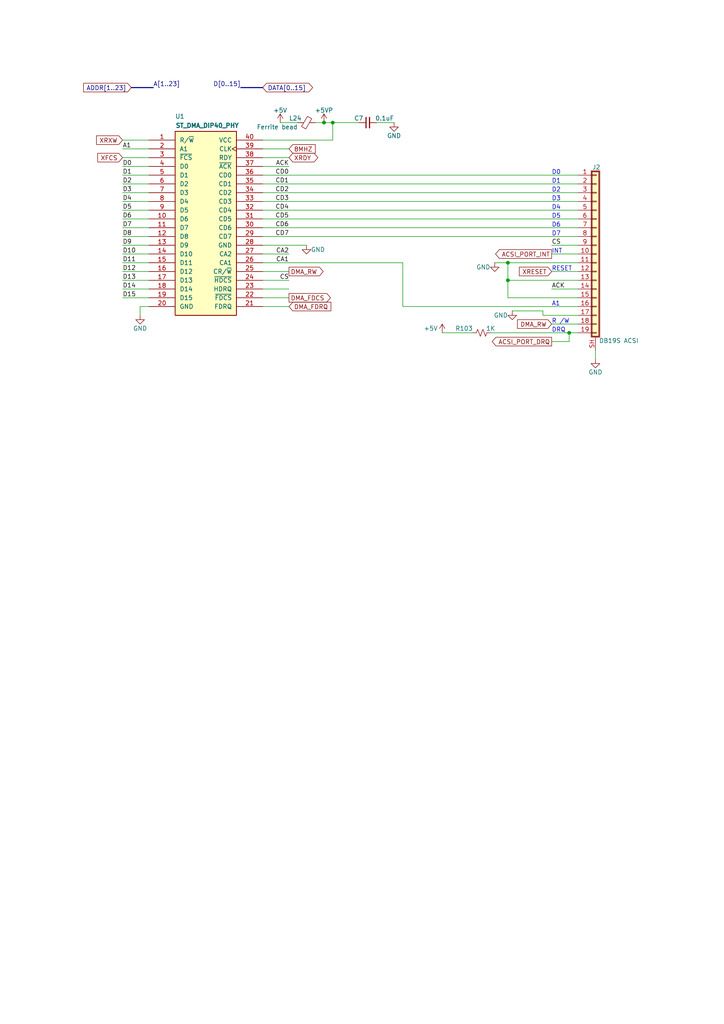
<source format=kicad_sch>
(kicad_sch (version 20211123) (generator eeschema)
  (paper "A4" portrait)
  (title_block (title "Converted schematics of Atari 260/520 ST") (date "2023-04-29") (rev "0") (comment 1 "…sporniket/kicad-conversions--atari-260-520-st-motherboard--c070231") (comment 2 "Original repository : https://github.com/…") (comment 4 "Reference : C070231"))
  (lib_symbols
    (symbol "Connector_Generic_Shielded:Conn_01x19_Shielded" (pin_names (offset 1.016) hide)
      (property "Reference" "J" (at 0.254 25.146 0))
      (property "Value" "Conn_01x19_Shielded" (at 1.016 -25.146 0))
      (symbol "Conn_01x19_Shielded_1_1"
        (rectangle (start -1.27 24.13) (end 1.27 -24.13) (stroke (width 0.1524)))
        (rectangle (start -1.016 -22.733) (end 0.254 -22.987) (stroke (width 0.1524)))
        (rectangle (start -1.016 -20.193) (end 0.254 -20.447) (stroke (width 0.1524)))
        (rectangle (start -1.016 -17.653) (end 0.254 -17.907) (stroke (width 0.1524)))
        (rectangle (start -1.016 -15.113) (end 0.254 -15.367) (stroke (width 0.1524)))
        (rectangle (start -1.016 -12.573) (end 0.254 -12.827) (stroke (width 0.1524)))
        (rectangle (start -1.016 -10.033) (end 0.254 -10.287) (stroke (width 0.1524)))
        (rectangle (start -1.016 -7.493) (end 0.254 -7.747) (stroke (width 0.1524)))
        (rectangle (start -1.016 -4.953) (end 0.254 -5.207) (stroke (width 0.1524)))
        (rectangle (start -1.016 -2.413) (end 0.254 -2.667) (stroke (width 0.1524)))
        (rectangle (start -1.016 0.127) (end 0.254 -0.127) (stroke (width 0.1524)))
        (rectangle (start -1.016 2.667) (end 0.254 2.413) (stroke (width 0.1524)))
        (rectangle (start -1.016 5.207) (end 0.254 4.953) (stroke (width 0.1524)))
        (rectangle (start -1.016 7.747) (end 0.254 7.493) (stroke (width 0.1524)))
        (rectangle (start -1.016 10.287) (end 0.254 10.033) (stroke (width 0.1524)))
        (rectangle (start -1.016 12.827) (end 0.254 12.573) (stroke (width 0.1524)))
        (rectangle (start -1.016 15.367) (end 0.254 15.113) (stroke (width 0.1524)))
        (rectangle (start -1.016 17.907) (end 0.254 17.653) (stroke (width 0.1524)))
        (rectangle (start -1.016 20.447) (end 0.254 20.193) (stroke (width 0.1524)))
        (rectangle (start -1.016 22.987) (end 0.254 22.733) (stroke (width 0.1524)))
        (rectangle (start -1.016 23.876) (end 1.016 -23.876) (stroke (width 0.254)) (fill (type background)))
        (pin passive line (at -5.08 22.86 0) (length 4.064) (name "Pin_1") (number "1"))
        (pin passive line (at -5.08 0 0) (length 4.064) (name "Pin_10") (number "10"))
        (pin passive line (at -5.08 -2.54 0) (length 4.064) (name "Pin_11") (number "11"))
        (pin passive line (at -5.08 -5.08 0) (length 4.064) (name "Pin_12") (number "12"))
        (pin passive line (at -5.08 -7.62 0) (length 4.064) (name "Pin_13") (number "13"))
        (pin passive line (at -5.08 -10.16 0) (length 4.064) (name "Pin_14") (number "14"))
        (pin passive line (at -5.08 -12.7 0) (length 4.064) (name "Pin_15") (number "15"))
        (pin passive line (at -5.08 -15.24 0) (length 4.064) (name "Pin_16") (number "16"))
        (pin passive line (at -5.08 -17.78 0) (length 4.064) (name "Pin_17") (number "17"))
        (pin passive line (at -5.08 -20.32 0) (length 4.064) (name "Pin_18") (number "18"))
        (pin passive line (at -5.08 -22.86 0) (length 4.064) (name "Pin_19") (number "19"))
        (pin passive line (at -5.08 20.32 0) (length 4.064) (name "Pin_2") (number "2"))
        (pin passive line (at -5.08 17.78 0) (length 4.064) (name "Pin_3") (number "3"))
        (pin passive line (at -5.08 15.24 0) (length 4.064) (name "Pin_4") (number "4"))
        (pin passive line (at -5.08 12.7 0) (length 4.064) (name "Pin_5") (number "5"))
        (pin passive line (at -5.08 10.16 0) (length 4.064) (name "Pin_6") (number "6"))
        (pin passive line (at -5.08 7.62 0) (length 4.064) (name "Pin_7") (number "7"))
        (pin passive line (at -5.08 5.08 0) (length 4.064) (name "Pin_8") (number "8"))
        (pin passive line (at -5.08 2.54 0) (length 4.064) (name "Pin_9") (number "9"))
        (pin passive line (at 0 -27.94 90) (length 3.81) (name "Shield") (number "SH"))
      )
    )
    (symbol "Device:C_Small" (pin_numbers hide) (pin_names (offset 0.254) hide)
      (property "Reference" "C" (at 0.254 1.778 0))
      (property "Value" "C_Small" (at 0.254 -2.032 0))
      (symbol "C_Small_0_1"
        (polyline (pts (xy -1.524 -0.508) (xy 1.524 -0.508)) (stroke (width 0.3302)))
        (polyline (pts (xy -1.524 0.508) (xy 1.524 0.508)) (stroke (width 0.3048)))
      )
      (symbol "C_Small_1_1"
        (pin passive line (at 0 2.54 270) (length 2.032) (name "~") (number "1"))
        (pin passive line (at 0 -2.54 90) (length 2.032) (name "~") (number "2"))
      )
    )
    (symbol "Device:Ferrite_Bead_Small" (pin_numbers hide) (pin_names (offset 0))
      (property "Reference" "FB" (at 1.905 1.27 0))
      (property "Value" "Device_Ferrite_Bead_Small" (at 1.905 -1.27 0))
      (symbol "Ferrite_Bead_Small_0_1"
        (polyline (pts (xy 0 -1.27) (xy 0 -0.7874)))
        (polyline (pts (xy 0 0.889) (xy 0 1.2954)))
        (polyline (pts (xy -1.8288 0.2794) (xy -1.1176 1.4986) (xy 1.8288 -0.2032) (xy 1.1176 -1.4224) (xy -1.8288 0.2794)))
      )
      (symbol "Ferrite_Bead_Small_1_1"
        (pin passive line (at 0 2.54 270) (length 1.27) (name "~") (number "1"))
        (pin passive line (at 0 -2.54 90) (length 1.27) (name "~") (number "2"))
      )
    )
    (symbol "Device:R_Small_US" (pin_numbers hide) (pin_names (offset 0.254) hide)
      (property "Reference" "R" (at 0.762 0.508 0))
      (property "Value" "R_Small_US" (at 0.762 -1.016 0))
      (symbol "R_Small_US_1_1"
        (polyline (pts (xy 0 0) (xy 1.016 -0.381) (xy 0 -0.762) (xy -1.016 -1.143) (xy 0 -1.524)))
        (polyline (pts (xy 0 1.524) (xy 1.016 1.143) (xy 0 0.762) (xy -1.016 0.381) (xy 0 0)))
        (pin passive line (at 0 2.54 270) (length 1.016) (name "~") (number "1"))
        (pin passive line (at 0 -2.54 90) (length 1.016) (name "~") (number "2"))
      )
    )
    (symbol "power:+5V" (power) (pin_names (offset 0))
      (property "Value" "+5V" (at 0 3.556 0))
      (symbol "+5V_0_1"
        (polyline (pts (xy -0.762 1.27) (xy 0 2.54)))
        (polyline (pts (xy 0 0) (xy 0 2.54)))
        (polyline (pts (xy 0 2.54) (xy 0.762 1.27)))
      )
      (symbol "+5V_1_1"
        (pin power_in line (at 0 0 90) (length 0) hide (name "+5V") (number "1"))
      )
    )
    (symbol "power:+5VP" (power) (pin_names (offset 0))
      (property "Value" "+5VP" (at 0 3.556 0))
      (symbol "+5VP_0_1"
        (polyline (pts (xy -0.762 1.27) (xy 0 2.54)))
        (polyline (pts (xy 0 0) (xy 0 2.54)))
        (polyline (pts (xy 0 2.54) (xy 0.762 1.27)))
      )
      (symbol "+5VP_1_1"
        (pin power_in line (at 0 0 90) (length 0) hide (name "+5VP") (number "1"))
      )
    )
    (symbol "power:GND" (power) (pin_names (offset 0))
      (property "Value" "GND" (at 0 -3.81 0))
      (symbol "GND_0_1"
        (polyline (pts (xy 0 0) (xy 0 -1.27) (xy 1.27 -1.27) (xy 0 -2.54) (xy -1.27 -1.27) (xy 0 -1.27)))
      )
      (symbol "GND_1_1"
        (pin power_in line (at 0 0 270) (length 0) hide (name "GND") (number "1"))
      )
    )
    (symbol "st_dma_dip40:ST_DMA_DIP40_PHY" (pin_names (offset 1.27))
      (property "Reference" "U" (at -8.89 31.75 0))
      (property "Value" "ST_DMA_DIP40_PHY" (at -8.89 29.21 0))
      (symbol "ST_DMA_DIP40_PHY_0_0"
        (rectangle (start -8.89 26.67) (end 8.89 -26.67) (stroke (width 0.254)) (fill (type background)))
        (pin input line (at -16.51 24.13 0) (length 7.62) (name "R/~{W}") (number "1"))
        (pin tri_state line (at -16.51 1.27 0) (length 7.62) (name "D6") (number "10"))
        (pin tri_state line (at -16.51 -1.27 0) (length 7.62) (name "D7") (number "11"))
        (pin tri_state line (at -16.51 -3.81 0) (length 7.62) (name "D8") (number "12"))
        (pin tri_state line (at -16.51 -6.35 0) (length 7.62) (name "D9") (number "13"))
        (pin tri_state line (at -16.51 -8.89 0) (length 7.62) (name "D10") (number "14"))
        (pin tri_state line (at -16.51 -11.43 0) (length 7.62) (name "D11") (number "15"))
        (pin tri_state line (at -16.51 -13.97 0) (length 7.62) (name "D12") (number "16"))
        (pin tri_state line (at -16.51 -16.51 0) (length 7.62) (name "D13") (number "17"))
        (pin tri_state line (at -16.51 -19.05 0) (length 7.62) (name "D14") (number "18"))
        (pin tri_state line (at -16.51 -21.59 0) (length 7.62) (name "D15") (number "19"))
        (pin input line (at -16.51 21.59 0) (length 7.62) (name "A1") (number "2"))
        (pin power_in line (at -16.51 -24.13 0) (length 7.62) (name "GND") (number "20"))
        (pin input line (at 16.51 -24.13 180) (length 7.62) (name "FDRQ") (number "21"))
        (pin open_collector line (at 16.51 -21.59 180) (length 7.62) (name "~{FDCS}") (number "22"))
        (pin input line (at 16.51 -19.05 180) (length 7.62) (name "HDRQ") (number "23"))
        (pin open_collector line (at 16.51 -16.51 180) (length 7.62) (name "~{HDCS}") (number "24"))
        (pin open_collector line (at 16.51 -13.97 180) (length 7.62) (name "CR/~{W}") (number "25"))
        (pin tri_state line (at 16.51 -11.43 180) (length 7.62) (name "CA1") (number "26"))
        (pin tri_state line (at 16.51 -8.89 180) (length 7.62) (name "CA2") (number "27"))
        (pin power_in line (at 16.51 -6.35 180) (length 7.62) (name "GND") (number "28"))
        (pin tri_state line (at 16.51 -3.81 180) (length 7.62) (name "CD7") (number "29"))
        (pin input line (at -16.51 19.05 0) (length 7.62) (name "~{FCS}") (number "3"))
        (pin tri_state line (at 16.51 -1.27 180) (length 7.62) (name "CD6") (number "30"))
        (pin tri_state line (at 16.51 1.27 180) (length 7.62) (name "CD5") (number "31"))
        (pin tri_state line (at 16.51 3.81 180) (length 7.62) (name "CD4") (number "32"))
        (pin tri_state line (at 16.51 6.35 180) (length 7.62) (name "CD3") (number "33"))
        (pin tri_state line (at 16.51 8.89 180) (length 7.62) (name "CD2") (number "34"))
        (pin tri_state line (at 16.51 11.43 180) (length 7.62) (name "CD1") (number "35"))
        (pin tri_state line (at 16.51 13.97 180) (length 7.62) (name "CD0") (number "36"))
        (pin open_collector line (at 16.51 16.51 180) (length 7.62) (name "~{ACK}") (number "37"))
        (pin tri_state line (at 16.51 19.05 180) (length 7.62) (name "RDY") (number "38"))
        (pin input clock (at 16.51 21.59 180) (length 7.62) (name "CLK") (number "39"))
        (pin tri_state line (at -16.51 16.51 0) (length 7.62) (name "D0") (number "4"))
        (pin power_in line (at 16.51 24.13 180) (length 7.62) (name "VCC") (number "40"))
        (pin tri_state line (at -16.51 13.97 0) (length 7.62) (name "D1") (number "5"))
        (pin tri_state line (at -16.51 11.43 0) (length 7.62) (name "D2") (number "6"))
        (pin tri_state line (at -16.51 8.89 0) (length 7.62) (name "D3") (number "7"))
        (pin tri_state line (at -16.51 6.35 0) (length 7.62) (name "D4") (number "8"))
        (pin tri_state line (at -16.51 3.81 0) (length 7.62) (name "D5") (number "9"))
      )
    )
  )
  (junction (at 96.52 35.56))
  (junction (at 147.32 76.2))
  (junction (at 147.32 81.28))
  (junction (at 93.98 35.56))
  (junction (at 165.1 96.52))
  (wire (pts (xy 165.1 99.06) (xy 165.1 96.52)))
  (wire (pts (xy 157.48 91.44) (xy 167.64 91.44)))
  (wire (pts (xy 35.56 55.88) (xy 43.18 55.88)))
  (wire (pts (xy 91.44 35.56) (xy 93.98 35.56)))
  (wire (pts (xy 35.56 63.5) (xy 43.18 63.5)))
  (wire (pts (xy 76.2 40.64) (xy 96.52 40.64)))
  (wire (pts (xy 167.64 81.28) (xy 147.32 81.28)))
  (wire (pts (xy 143.51 76.2) (xy 147.32 76.2)))
  (wire (pts (xy 148.59 90.17) (xy 157.48 90.17)))
  (wire (pts (xy 35.56 71.12) (xy 43.18 71.12)))
  (wire (pts (xy 167.64 88.9) (xy 116.84 88.9)))
  (wire (pts (xy 76.2 78.74) (xy 83.82 78.74)))
  (wire (pts (xy 35.56 48.26) (xy 43.18 48.26)))
  (wire (pts (xy 160.02 83.82) (xy 167.64 83.82)))
  (wire (pts (xy 40.64 88.9) (xy 43.18 88.9)))
  (wire (pts (xy 76.2 43.18) (xy 83.82 43.18)))
  (wire (pts (xy 35.56 78.74) (xy 43.18 78.74)))
  (wire (pts (xy 76.2 66.04) (xy 167.64 66.04)))
  (wire (pts (xy 76.2 50.8) (xy 167.64 50.8)))
  (wire (pts (xy 142.24 96.52) (xy 165.1 96.52)))
  (wire (pts (xy 76.2 45.72) (xy 83.82 45.72)))
  (wire (pts (xy 35.56 40.64) (xy 43.18 40.64)))
  (wire (pts (xy 35.56 66.04) (xy 43.18 66.04)))
  (wire (pts (xy 76.2 63.5) (xy 167.64 63.5)))
  (wire (pts (xy 76.2 48.26) (xy 83.82 48.26)))
  (wire (pts (xy 147.32 76.2) (xy 167.64 76.2)))
  (wire (pts (xy 172.72 101.6) (xy 172.72 104.14)))
  (wire (pts (xy 76.2 71.12) (xy 88.9 71.12)))
  (wire (pts (xy 76.2 68.58) (xy 167.64 68.58)))
  (wire (pts (xy 96.52 40.64) (xy 96.52 35.56)))
  (wire (pts (xy 81.28 35.56) (xy 86.36 35.56)))
  (wire (pts (xy 147.32 86.36) (xy 147.32 81.28)))
  (wire (pts (xy 147.32 81.28) (xy 147.32 76.2)))
  (wire (pts (xy 165.1 96.52) (xy 167.64 96.52)))
  (wire (pts (xy 76.2 88.9) (xy 83.82 88.9)))
  (wire (pts (xy 160.02 78.74) (xy 167.64 78.74)))
  (wire (pts (xy 167.64 86.36) (xy 147.32 86.36)))
  (wire (pts (xy 35.56 43.18) (xy 43.18 43.18)))
  (bus (pts (xy 69.85 25.4) (xy 76.2 25.4)))
  (wire (pts (xy 160.02 71.12) (xy 167.64 71.12)))
  (wire (pts (xy 160.02 73.66) (xy 167.64 73.66)))
  (wire (pts (xy 76.2 53.34) (xy 167.64 53.34)))
  (wire (pts (xy 160.02 93.98) (xy 167.64 93.98)))
  (bus (pts (xy 38.1 25.4) (xy 44.45 25.4)))
  (wire (pts (xy 76.2 55.88) (xy 167.64 55.88)))
  (wire (pts (xy 76.2 81.28) (xy 83.82 81.28)))
  (wire (pts (xy 40.64 88.9) (xy 40.64 91.44)))
  (wire (pts (xy 35.56 73.66) (xy 43.18 73.66)))
  (wire (pts (xy 35.56 83.82) (xy 43.18 83.82)))
  (wire (pts (xy 35.56 68.58) (xy 43.18 68.58)))
  (wire (pts (xy 35.56 50.8) (xy 43.18 50.8)))
  (wire (pts (xy 76.2 60.96) (xy 167.64 60.96)))
  (wire (pts (xy 35.56 58.42) (xy 43.18 58.42)))
  (wire (pts (xy 35.56 60.96) (xy 43.18 60.96)))
  (wire (pts (xy 160.02 99.06) (xy 165.1 99.06)))
  (wire (pts (xy 35.56 86.36) (xy 43.18 86.36)))
  (wire (pts (xy 116.84 88.9) (xy 116.84 76.2)))
  (wire (pts (xy 76.2 86.36) (xy 83.82 86.36)))
  (wire (pts (xy 76.2 83.82) (xy 83.82 83.82)))
  (wire (pts (xy 76.2 76.2) (xy 116.84 76.2)))
  (wire (pts (xy 96.52 35.56) (xy 104.14 35.56)))
  (wire (pts (xy 35.56 76.2) (xy 43.18 76.2)))
  (wire (pts (xy 93.98 35.56) (xy 96.52 35.56)))
  (wire (pts (xy 76.2 73.66) (xy 83.82 73.66)))
  (wire (pts (xy 109.22 35.56) (xy 114.3 35.56)))
  (wire (pts (xy 35.56 53.34) (xy 43.18 53.34)))
  (wire (pts (xy 157.48 90.17) (xy 157.48 91.44)))
  (wire (pts (xy 35.56 45.72) (xy 43.18 45.72)))
  (wire (pts (xy 128.27 96.52) (xy 137.16 96.52)))
  (wire (pts (xy 35.56 81.28) (xy 43.18 81.28)))
  (wire (pts (xy 76.2 58.42) (xy 167.64 58.42)))
  (text "D5" (at 160.02 63.5 0) (effects (font (size 1.27 1.27)) (justify left bottom)))
  (text "DRQ" (at 160.02 96.52 0) (effects (font (size 1.27 1.27)) (justify left bottom)))
  (text "R /W" (at 160.02 93.98 0) (effects (font (size 1.27 1.27)) (justify left bottom)))
  (text "\nINT" (at 160.02 73.66 0) (effects (font (size 1.27 1.27)) (justify left bottom)))
  (text "D3" (at 160.02 58.42 0) (effects (font (size 1.27 1.27)) (justify left bottom)))
  (text "RESET" (at 160.02 78.74 0) (effects (font (size 1.27 1.27)) (justify left bottom)))
  (text "D1" (at 160.02 53.34 0) (effects (font (size 1.27 1.27)) (justify left bottom)))
  (text "D7" (at 160.02 68.58 0) (effects (font (size 1.27 1.27)) (justify left bottom)))
  (text "D4" (at 160.02 60.96 0) (effects (font (size 1.27 1.27)) (justify left bottom)))
  (text "D6" (at 160.02 66.04 0) (effects (font (size 1.27 1.27)) (justify left bottom)))
  (text "D0" (at 160.02 50.8 0) (effects (font (size 1.27 1.27)) (justify left bottom)))
  (text "A1" (at 160.02 88.9 0) (effects (font (size 1.27 1.27)) (justify left bottom)))
  (text "D2" (at 160.02 55.88 0) (effects (font (size 1.27 1.27)) (justify left bottom)))
  (label "D13" (at 35.56 81.28 0))
  (label "D10" (at 35.56 73.66 0))
  (label "D6" (at 35.56 63.5 0))
  (label "D14" (at 35.56 83.82 0))
  (label "A[1..23]" (at 44.45 25.4 0))
  (label "CD0" (at 83.82 50.8 180))
  (label "CD3" (at 83.82 58.42 180))
  (label "CA1" (at 83.82 76.2 180))
  (label "D2" (at 35.56 53.34 0))
  (label "CS" (at 83.82 81.28 180))
  (label "CA2" (at 83.82 73.66 180))
  (label "D0" (at 35.56 48.26 0))
  (label "ACK" (at 160.02 83.82 0))
  (label "D9" (at 35.56 71.12 0))
  (label "D15" (at 35.56 86.36 0))
  (label "CD6" (at 83.82 66.04 180))
  (label "CD7" (at 83.82 68.58 180))
  (label "D[0..15]" (at 69.85 25.4 180))
  (label "D7" (at 35.56 66.04 0))
  (label "CS" (at 160.02 71.12 0))
  (label "D11" (at 35.56 76.2 0))
  (label "D4" (at 35.56 58.42 0))
  (label "ACK" (at 83.82 48.26 180))
  (label "CD4" (at 83.82 60.96 180))
  (label "D12" (at 35.56 78.74 0))
  (label "A1" (at 35.56 43.18 0))
  (label "D3" (at 35.56 55.88 0))
  (label "D5" (at 35.56 60.96 0))
  (label "CD1" (at 83.82 53.34 180))
  (label "CD5" (at 83.82 63.5 180))
  (label "CD2" (at 83.82 55.88 180))
  (label "D1" (at 35.56 50.8 0))
  (label "D8" (at 35.56 68.58 0))
  (global_label "DMA_FDCS" (shape output) (at 83.82 86.36 0) (property "Intersheet References" "${INTERSHEET_REFS}" (effects hide)))
  (global_label "XRESET" (shape input) (at 160.02 78.74 180) (property "Intersheet References" "${INTERSHEET_REFS}" (effects hide)))
  (global_label "ADDR[1..23]" (shape input) (at 38.1 25.4 180) (property "Intersheet References" "${INTERSHEET_REFS}" (effects hide)))
  (global_label "XRDY" (shape bidirectional) (at 83.82 45.72 0) (property "Intersheet References" "${INTERSHEET_REFS}" (effects hide)))
  (global_label "XFCS" (shape input) (at 35.56 45.72 180) (property "Intersheet References" "${INTERSHEET_REFS}" (effects hide)))
  (global_label "8MHZ" (shape input) (at 83.82 43.18 0) (property "Intersheet References" "${INTERSHEET_REFS}" (effects hide)))
  (global_label "ACSI_PORT_DRQ" (shape output) (at 160.02 99.06 180) (property "Intersheet References" "${INTERSHEET_REFS}" (effects hide)))
  (global_label "DMA_RW" (shape input) (at 160.02 93.98 180) (property "Intersheet References" "${INTERSHEET_REFS}" (effects hide)))
  (global_label "XRXW" (shape input) (at 35.56 40.64 180) (property "Intersheet References" "${INTERSHEET_REFS}" (effects hide)))
  (global_label "DATA[0..15]" (shape bidirectional) (at 76.2 25.4 0) (property "Intersheet References" "${INTERSHEET_REFS}" (effects hide)))
  (global_label "DMA_RW" (shape output) (at 83.82 78.74 0) (property "Intersheet References" "${INTERSHEET_REFS}" (effects hide)))
  (global_label "DMA_FDRQ" (shape input) (at 83.82 88.9 0) (property "Intersheet References" "${INTERSHEET_REFS}" (effects hide)))
  (global_label "ACSI_PORT_INT" (shape output) (at 160.02 73.66 180) (property "Intersheet References" "${INTERSHEET_REFS}" (effects hide)))
  (symbol (lib_id "Device:Ferrite_Bead_Small") (at 88.9 35.56 270) (unit 1)
    (property "Reference" "L24" (at 83.82 34.29 90) (effects (justify left)))
    (property "Value" "Ferrite bead" (at 86.36 36.83 90) (effects (justify right)))
    (property "Footprint" "commons-passives_THT:Passive_THT_ferrite_bead_W3.81mm_L15.24mm" (effects hide))
  )
  (symbol (lib_id "power:GND") (at 172.72 104.14 0) (unit 1)
    (property "Reference" "#PWR?" (effects hide))
    (property "Value" "GND" (at 172.72 107.95 0))
  )
  (symbol (lib_id "st_dma_dip40:ST_DMA_DIP40_PHY") (at 59.69 64.77 0) (unit 1)
    (property "Reference" "U1" (at 50.8 33.02 0) (effects (justify left top)))
    (property "Value" "ST_DMA_DIP40_PHY" (at 50.8 35.56 0) (effects (font bold) (justify left top)))
    (property "Footprint" "Package_DIP:DIP-40_W15.24mm_LongPads" (effects hide))
    (property "Datasheet" "https://docs.dev-docs.org/htm/search.php?find=Atari+STBook+Schematic+" (effects hide))
  )
  (symbol (lib_id "power:GND") (at 40.64 91.44 0) (unit 1)
    (property "Reference" "#PWR?" (effects hide))
    (property "Value" "GND" (at 40.64 95.25 0))
  )
  (symbol (lib_id "power:GND") (at 143.51 76.2 0) (unit 1)
    (property "Reference" "#PWR?" (effects hide))
    (property "Value" "GND" (at 142.24 77.47 0) (effects (justify right)))
  )
  (symbol (lib_id "power:+5V") (at 81.28 35.56 0) (unit 1)
    (property "Reference" "#PWR?" (effects hide))
    (property "Value" "+5V" (at 81.28 32.004 0))
  )
  (symbol (lib_id "power:GND") (at 148.59 90.17 0) (unit 1)
    (property "Reference" "#PWR?" (effects hide))
    (property "Value" "GND" (at 147.32 91.44 0) (effects (justify right)))
  )
  (symbol (lib_id "power:GND") (at 114.3 35.56 0) (unit 1)
    (property "Reference" "#PWR?" (effects hide))
    (property "Value" "GND" (at 114.3 39.37 0))
  )
  (symbol (lib_id "Device:C_Small") (at 106.68 35.56 90) (unit 1)
    (property "Reference" "C7" (at 105.41 34.29 90) (effects (justify left)))
    (property "Value" "0.1uF" (at 114.3 34.29 90) (effects (justify left)))
    (property "Footprint" "commons-passives_THT:Passive_THT_capacitor_mlcc_W2.54mm_L12.70mm" (effects hide))
  )
  (symbol (lib_id "power:GND") (at 88.9 71.12 0) (unit 1)
    (property "Reference" "#PWR?" (effects hide))
    (property "Value" "GND" (at 90.17 72.39 0) (effects (justify left)))
  )
  (symbol (lib_id "power:+5V") (at 128.27 96.52 0) (unit 1)
    (property "Reference" "#PWR?" (effects hide))
    (property "Value" "+5V" (at 127 95.25 0) (effects (justify right)))
  )
  (symbol (lib_id "Device:R_Small_US") (at 139.7 96.52 270) (unit 1)
    (property "Reference" "R103" (at 137.16 95.25 90) (effects (justify right)))
    (property "Value" "1K" (at 140.97 95.25 90) (effects (justify left)))
  )
  (symbol (lib_id "power:+5VP") (at 93.98 35.56 0) (unit 1)
    (property "Reference" "#PWR?" (effects hide))
    (property "Value" "+5VP" (at 93.98 32.004 0))
  )
  (symbol (lib_id "Connector_Generic_Shielded:Conn_01x19_Shielded") (at 172.72 73.66 0) (unit 1)
    (property "Reference" "J2" (at 172.974 48.514 0))
    (property "Value" "DB19S ACSI" (at 173.736 98.806 0) (effects (justify left)))
  )
)
</source>
